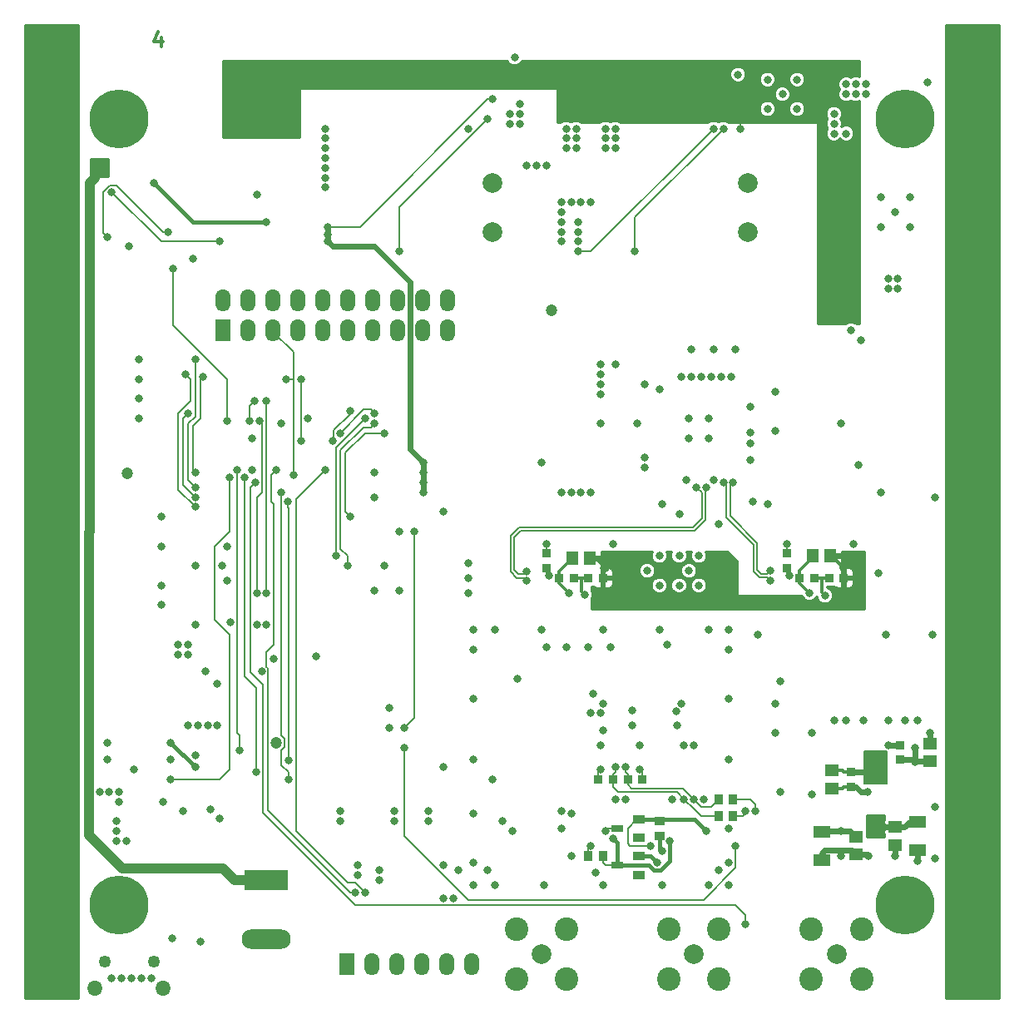
<source format=gbl>
G04 #@! TF.FileFunction,Copper,L4,Bot,Signal*
%FSLAX46Y46*%
G04 Gerber Fmt 4.6, Leading zero omitted, Abs format (unit mm)*
G04 Created by KiCad (PCBNEW (2015-03-09 BZR 5487)-product) date Tue 10 Mar 2015 02:13:43 PM EDT*
%MOMM*%
G01*
G04 APERTURE LIST*
%ADD10C,0.100000*%
%ADD11C,0.300000*%
%ADD12C,1.200000*%
%ADD13R,4.500000X2.000000*%
%ADD14O,5.000000X2.000000*%
%ADD15C,6.000000*%
%ADD16C,1.000000*%
%ADD17R,1.150000X1.450000*%
%ADD18R,1.450000X1.150000*%
%ADD19R,1.800000X1.200000*%
%ADD20R,1.300000X0.900000*%
%ADD21R,1.300000X0.800000*%
%ADD22O,1.550000X1.550000*%
%ADD23O,1.250000X1.250000*%
%ADD24C,2.000000*%
%ADD25C,2.400000*%
%ADD26R,1.524000X2.286000*%
%ADD27O,1.524000X2.286000*%
%ADD28R,0.950000X0.900000*%
%ADD29R,0.900000X0.950000*%
%ADD30R,0.850000X1.000000*%
%ADD31R,1.000000X0.850000*%
%ADD32C,0.800000*%
%ADD33C,0.600000*%
%ADD34C,0.350000*%
%ADD35C,0.200000*%
%ADD36C,0.400000*%
%ADD37C,0.210000*%
%ADD38C,2.000000*%
%ADD39C,1.000000*%
%ADD40C,0.254000*%
G04 APERTURE END LIST*
D10*
D11*
X89285715Y-26678571D02*
X89285715Y-27678571D01*
X88928572Y-26107143D02*
X88571429Y-27178571D01*
X89500001Y-27178571D01*
D12*
X85800000Y-71100000D03*
X101000000Y-98500000D03*
D13*
X100000000Y-112500000D03*
D14*
X100000000Y-118500000D03*
D15*
X85000000Y-35000000D03*
D16*
X87250000Y-35000000D03*
X86125000Y-36949000D03*
X83875000Y-36949000D03*
X82750000Y-35000000D03*
X83875000Y-33051000D03*
X86125000Y-33051000D03*
D15*
X85000000Y-115000000D03*
D16*
X87250000Y-115000000D03*
X86125000Y-116949000D03*
X83875000Y-116949000D03*
X82750000Y-115000000D03*
X83875000Y-113051000D03*
X86125000Y-113051000D03*
D15*
X165000000Y-115000000D03*
D16*
X167250000Y-115000000D03*
X166125000Y-116949000D03*
X163875000Y-116949000D03*
X162750000Y-115000000D03*
X163875000Y-113051000D03*
X166125000Y-113051000D03*
D15*
X165000000Y-35000000D03*
D16*
X167250000Y-35000000D03*
X166125000Y-36949000D03*
X163875000Y-36949000D03*
X162750000Y-35000000D03*
X163875000Y-33051000D03*
X166125000Y-33051000D03*
D17*
X131100000Y-79750000D03*
X132900000Y-79750000D03*
X155600000Y-79500000D03*
X157400000Y-79500000D03*
D18*
X160000000Y-108100000D03*
X160000000Y-109900000D03*
X164000000Y-108900000D03*
X164000000Y-107100000D03*
D19*
X156500000Y-107550000D03*
X156500000Y-110450000D03*
X166250000Y-109450000D03*
X166250000Y-106550000D03*
D20*
X137850000Y-110050000D03*
X137850000Y-111950000D03*
D21*
X135650000Y-111000000D03*
D20*
X137850000Y-106300000D03*
X137850000Y-108200000D03*
D21*
X135650000Y-107250000D03*
D22*
X82500000Y-123500000D03*
X89500000Y-123500000D03*
D23*
X83500000Y-120800000D03*
X88500000Y-120800000D03*
D24*
X149000000Y-46500000D03*
X149000000Y-41500000D03*
X123000000Y-46500000D03*
X123000000Y-41500000D03*
X128000000Y-120000000D03*
D25*
X125450000Y-117450000D03*
X130550000Y-117450000D03*
X125450000Y-122550000D03*
X130550000Y-122550000D03*
D24*
X143500000Y-120000000D03*
D25*
X140950000Y-117450000D03*
X146050000Y-117450000D03*
X140950000Y-122550000D03*
X146050000Y-122550000D03*
D24*
X158000000Y-120000000D03*
D25*
X155450000Y-117450000D03*
X160550000Y-117450000D03*
X155450000Y-122550000D03*
X160550000Y-122550000D03*
D26*
X95570000Y-56524000D03*
D27*
X98110000Y-56524000D03*
X100650000Y-56524000D03*
X103190000Y-56524000D03*
X105730000Y-56524000D03*
X108270000Y-56524000D03*
X110810000Y-56524000D03*
X113350000Y-56524000D03*
X115890000Y-56524000D03*
X118430000Y-56524000D03*
X95570000Y-53476000D03*
X98110000Y-53476000D03*
X100650000Y-53476000D03*
X103190000Y-53476000D03*
X105730000Y-53476000D03*
X108270000Y-53476000D03*
X110810000Y-53476000D03*
X113350000Y-53476000D03*
X115890000Y-53476000D03*
X118430000Y-53476000D03*
D26*
X108150000Y-121000000D03*
D27*
X110690000Y-121000000D03*
X113230000Y-121000000D03*
X115770000Y-121000000D03*
X118310000Y-121000000D03*
X120850000Y-121000000D03*
D12*
X129000000Y-54500000D03*
D28*
X128500000Y-80750000D03*
X128500000Y-79250000D03*
X153000000Y-80750000D03*
X153000000Y-79250000D03*
D29*
X129750000Y-81750000D03*
X131250000Y-81750000D03*
X132750000Y-81750000D03*
X134250000Y-81750000D03*
X154250000Y-81750000D03*
X155750000Y-81750000D03*
X157250000Y-81750000D03*
X158750000Y-81750000D03*
D28*
X164500000Y-100250000D03*
X164500000Y-98750000D03*
D18*
X167500000Y-100400000D03*
X167500000Y-98600000D03*
D28*
X159500000Y-101500000D03*
X159500000Y-103000000D03*
D18*
X157500000Y-101350000D03*
X157500000Y-103150000D03*
D30*
X147500000Y-104250000D03*
X146000000Y-104250000D03*
X147500000Y-106000000D03*
X146000000Y-106000000D03*
D29*
X136750000Y-102250000D03*
X138250000Y-102250000D03*
X135250000Y-102250000D03*
X133750000Y-102250000D03*
D30*
X134250000Y-110000000D03*
X132750000Y-110000000D03*
D31*
X140000000Y-108000000D03*
X140000000Y-106500000D03*
D32*
X118000000Y-111000000D03*
X135500000Y-60000000D03*
X125250000Y-28750000D03*
X150000000Y-87500000D03*
X94250000Y-105250000D03*
X95250000Y-106250000D03*
X92500000Y-49250000D03*
X99000000Y-42750000D03*
X130000000Y-107250000D03*
X130000000Y-105500000D03*
X166250000Y-110500000D03*
X163250000Y-98750000D03*
X167500000Y-97500000D03*
X138500000Y-62000000D03*
X138500000Y-70500000D03*
X134000000Y-66000000D03*
X147750000Y-58500000D03*
X145500000Y-58500000D03*
X143250000Y-58500000D03*
X151750000Y-66750000D03*
X151750000Y-62750000D03*
X160500000Y-57500000D03*
X96347980Y-86250000D03*
X98500000Y-67500000D03*
X162750000Y-102250000D03*
X99500000Y-91249996D03*
X106000000Y-42000000D03*
X106000000Y-36000000D03*
X106000000Y-37000000D03*
X106000000Y-38000000D03*
X106000000Y-39000000D03*
X106000000Y-40000000D03*
X106000000Y-41000000D03*
X165500000Y-46000000D03*
X162500000Y-46000000D03*
X165500000Y-43000000D03*
X162500000Y-43000000D03*
X164000000Y-44500000D03*
X134500000Y-107500000D03*
X159500000Y-56500000D03*
X161250000Y-102250000D03*
X162750000Y-99750000D03*
X161250000Y-99750000D03*
X151750000Y-97500000D03*
X104152010Y-65500000D03*
X101500000Y-66000000D03*
X128000000Y-70000000D03*
X118000000Y-75000000D03*
X140000000Y-62500000D03*
X163000000Y-87500000D03*
X166250000Y-96250000D03*
X165000000Y-96250000D03*
X163250000Y-96250000D03*
X160750000Y-96250000D03*
X159000000Y-96250000D03*
X157750000Y-96250000D03*
X144000000Y-82500000D03*
X144000000Y-79500000D03*
X143000000Y-81000000D03*
X142000000Y-82500000D03*
X142000000Y-79500000D03*
X156848130Y-83537967D03*
X132365088Y-83444441D03*
X121000000Y-94000000D03*
X121000000Y-100250000D03*
X121000000Y-105750000D03*
X121000000Y-110750000D03*
X123250000Y-113000000D03*
X121000000Y-113000000D03*
X128250000Y-113000000D03*
X134250000Y-113000000D03*
X140250000Y-113000000D03*
X145000000Y-113000000D03*
X147000000Y-110750000D03*
X147000000Y-113000000D03*
X147000000Y-107250000D03*
X147000000Y-100250000D03*
X147000000Y-94000000D03*
X147000000Y-89000000D03*
X145000000Y-87000000D03*
X147000000Y-87000000D03*
X140000000Y-87000000D03*
X134250000Y-87000000D03*
X128000000Y-87000000D03*
X121000000Y-89000000D03*
X121000000Y-87000000D03*
X123250000Y-87000000D03*
X138000000Y-101250000D03*
X134000000Y-101250000D03*
X141250000Y-104250000D03*
X144500000Y-104250000D03*
X143500000Y-98750000D03*
X142500000Y-98750000D03*
X138000000Y-98750000D03*
X134000000Y-98750000D03*
X135500000Y-104250000D03*
X136500000Y-104250000D03*
X124000000Y-106500000D03*
X131000000Y-105750000D03*
X131000000Y-110000000D03*
X123000000Y-102250000D03*
X135000000Y-88750000D03*
X132750000Y-88750000D03*
X130500000Y-88750000D03*
X128500000Y-88750000D03*
X113500000Y-77000000D03*
X105000000Y-89750000D03*
X100750000Y-90000000D03*
X111000000Y-83000000D03*
X111000000Y-73500000D03*
X95500000Y-80500000D03*
X88250000Y-122500000D03*
X84250000Y-122500000D03*
X85250000Y-122500000D03*
X86250000Y-122500000D03*
X87250000Y-122500000D03*
X172000000Y-33000000D03*
X172000000Y-43000000D03*
X172000000Y-53000000D03*
X172000000Y-63000000D03*
X172000000Y-73000000D03*
X172000000Y-83000000D03*
X172000000Y-93000000D03*
X172000000Y-103000000D03*
X172000000Y-113000000D03*
X172000000Y-123000000D03*
X78000000Y-34000000D03*
X78000000Y-43000000D03*
X78000000Y-53000000D03*
X78000000Y-63000000D03*
X78000000Y-73000000D03*
X78000000Y-83000000D03*
X78000000Y-93000000D03*
X78000000Y-103000000D03*
X78000000Y-113000000D03*
X78000000Y-123000000D03*
X130000000Y-47500000D03*
X130000000Y-46500000D03*
X130000000Y-45500000D03*
X130000000Y-44500000D03*
X130000000Y-43500000D03*
X131000000Y-43500000D03*
X132000000Y-43500000D03*
X133000000Y-43500000D03*
X120500000Y-36000000D03*
X127500000Y-39750000D03*
X128500000Y-39750000D03*
X126500000Y-39750000D03*
X131500000Y-37000000D03*
X131500000Y-36000000D03*
X131500000Y-38000000D03*
X130500000Y-38000000D03*
X130500000Y-37000000D03*
X130500000Y-36000000D03*
X134500000Y-37000000D03*
X134500000Y-36000000D03*
X134500000Y-38000000D03*
X135500000Y-38000000D03*
X135500000Y-37000000D03*
X135500000Y-36000000D03*
X157750000Y-34500000D03*
X157750000Y-35500000D03*
X157750000Y-36500000D03*
X159000000Y-36500000D03*
X148000000Y-30500000D03*
X134250000Y-97250000D03*
X161250000Y-110000000D03*
X158500000Y-110000000D03*
X164000000Y-110000000D03*
X107500000Y-106500000D03*
X107500000Y-105500000D03*
X113000000Y-106500000D03*
X113000000Y-105500000D03*
X116500000Y-106500000D03*
X116500000Y-105500000D03*
X86000000Y-48000000D03*
X168000000Y-73500000D03*
X162500000Y-73000000D03*
X93250000Y-118750000D03*
X89500000Y-104500000D03*
X91500000Y-105500000D03*
X83750000Y-98500000D03*
X83750000Y-100250000D03*
X90250000Y-100250000D03*
X92750000Y-99750000D03*
X90400000Y-118400000D03*
X95000000Y-92500000D03*
X93750000Y-91250000D03*
X92750000Y-86500000D03*
X92750000Y-80500000D03*
X89250000Y-84500000D03*
X89250000Y-82500000D03*
X89250000Y-78500000D03*
X89250000Y-75500000D03*
X158500000Y-66000000D03*
X87000000Y-63500000D03*
X167250000Y-31250000D03*
X151000000Y-74250000D03*
X140250000Y-74250000D03*
X167750000Y-87500000D03*
X137250000Y-96750000D03*
X137250000Y-95250000D03*
X141750000Y-96750000D03*
X141721924Y-95292114D03*
X133250000Y-93500000D03*
X134250000Y-94500000D03*
X140750000Y-88500000D03*
X125500000Y-92000000D03*
X122500000Y-111500000D03*
X119500000Y-111500000D03*
X168000000Y-110250000D03*
X155500000Y-97500000D03*
X155500000Y-103750000D03*
X149500000Y-74000000D03*
X159750000Y-78250000D03*
X135250000Y-78250000D03*
X133500000Y-111750000D03*
X139750000Y-110750000D03*
X146000000Y-111500000D03*
X143000000Y-65500000D03*
X145000000Y-65500000D03*
X143000000Y-67500000D03*
X145000000Y-67500000D03*
X128500000Y-78272998D03*
X153000000Y-78272998D03*
X120500000Y-80250000D03*
X120500000Y-81750000D03*
X120500000Y-83250000D03*
X113500000Y-83000006D03*
X131500000Y-32000000D03*
X128500000Y-31500000D03*
X126500000Y-31500000D03*
X127500000Y-31500000D03*
X128500000Y-29500000D03*
X126500000Y-29500000D03*
X127500000Y-29500000D03*
X102000000Y-33000000D03*
X97000000Y-33000000D03*
X99500000Y-35500000D03*
X99500000Y-30500000D03*
X102000000Y-35500000D03*
X97000000Y-35500000D03*
X102000000Y-30500000D03*
X97000000Y-30500000D03*
X99500000Y-33000000D03*
X158500000Y-53500000D03*
X158500000Y-54500000D03*
X159500000Y-54500000D03*
X159500000Y-53500000D03*
X130500000Y-32000000D03*
X130500000Y-31000000D03*
X131500000Y-31000000D03*
X134500000Y-32000000D03*
X134500000Y-31000000D03*
X135500000Y-32000000D03*
X135500000Y-31000000D03*
X148250000Y-36000000D03*
X142750000Y-71750000D03*
X149250000Y-69750000D03*
X149250000Y-66950010D03*
X149268282Y-64270313D03*
X147250000Y-61250000D03*
X146250000Y-61250000D03*
X145250000Y-61250000D03*
X144250000Y-61250000D03*
X143250000Y-61250000D03*
X142250000Y-61250000D03*
X149250000Y-68000000D03*
X142000000Y-75250000D03*
X146000000Y-76250000D03*
X145500000Y-71750000D03*
X128747998Y-81500000D03*
X153247998Y-81500000D03*
X138500000Y-69500000D03*
X134000000Y-61000000D03*
X115000000Y-77000000D03*
X134000000Y-60000000D03*
X134000000Y-62000000D03*
X133000000Y-73000000D03*
X132000000Y-73000000D03*
X131000000Y-73000000D03*
X130000000Y-73000000D03*
X134000000Y-63000000D03*
X114000000Y-97000000D03*
X137750000Y-66000000D03*
X106250000Y-46750000D03*
X106250000Y-47500000D03*
X116000000Y-70000000D03*
X116000000Y-71000000D03*
X116000000Y-72000000D03*
X116000000Y-73000000D03*
X106250000Y-46000000D03*
X106250000Y-46000000D03*
X109250000Y-112000000D03*
X109250000Y-111000000D03*
X123000000Y-33000000D03*
X112500000Y-97000000D03*
X118000000Y-101000000D03*
X163250000Y-51250000D03*
X163250000Y-52250000D03*
X164250000Y-51250000D03*
X140000000Y-82500000D03*
X140000000Y-79500000D03*
X138750000Y-81000000D03*
X155250000Y-83250000D03*
X130750000Y-83250000D03*
X134000000Y-95500000D03*
X133000000Y-95500000D03*
X164250000Y-52250000D03*
X166000000Y-100500000D03*
X166000000Y-99000000D03*
X83000000Y-103500000D03*
X84000000Y-103500000D03*
X85000000Y-103500000D03*
X85000000Y-104500000D03*
X125000000Y-107500000D03*
X133000000Y-109000000D03*
X160500000Y-81500000D03*
X142250000Y-94500000D03*
X158750000Y-80750000D03*
X158750000Y-80750000D03*
X134500000Y-80750000D03*
X160250000Y-70250000D03*
X152250000Y-92250000D03*
X147245669Y-81254331D03*
X146000000Y-82500000D03*
X146000000Y-79500000D03*
X152250000Y-103500000D03*
X162250000Y-81250000D03*
X151750000Y-94500000D03*
X159000000Y-31500000D03*
X160000000Y-31500000D03*
X161000000Y-31500000D03*
X159000000Y-32500000D03*
X160000000Y-32500000D03*
X161000000Y-32500000D03*
X161140041Y-103500000D03*
X140250000Y-109500000D03*
X147750000Y-109000000D03*
X114000000Y-99000000D03*
X158500000Y-107500000D03*
X125750000Y-33500000D03*
X125750000Y-34500000D03*
X125750000Y-35500000D03*
X124750000Y-35500000D03*
X124750000Y-34500000D03*
X111500000Y-112500000D03*
X111500000Y-111500000D03*
X131750000Y-46500000D03*
X131750000Y-45500000D03*
X131750000Y-47500000D03*
X131750000Y-48500000D03*
X145500000Y-36000000D03*
X145500000Y-36000000D03*
X152500000Y-32500000D03*
X151000000Y-31000000D03*
X154000000Y-31000000D03*
X151000000Y-34000000D03*
X154000000Y-34000000D03*
X161600000Y-106400000D03*
X161600000Y-107600000D03*
X162400000Y-107600000D03*
X168000000Y-105000000D03*
X162400000Y-106400000D03*
X119000000Y-114347990D03*
X118000000Y-114347990D03*
X143500000Y-104250000D03*
X136500000Y-101000000D03*
X136500000Y-101000000D03*
X142500000Y-104250000D03*
X135500000Y-101000000D03*
X135500000Y-101000000D03*
X146500000Y-36000000D03*
X137500000Y-48500000D03*
X95000000Y-96750000D03*
X94000000Y-96750000D03*
X93000000Y-96750000D03*
X92000000Y-96750000D03*
X86500000Y-101250000D03*
X84750000Y-106500000D03*
X84750000Y-107500000D03*
X84750000Y-108500000D03*
X85750000Y-108500000D03*
X113500000Y-48500000D03*
X113500000Y-48500000D03*
X122500000Y-35000000D03*
X122500000Y-35000000D03*
X111000000Y-71000000D03*
X98549990Y-70750000D03*
X100000000Y-86500000D03*
X99000000Y-86500000D03*
X112000000Y-80500000D03*
X96000000Y-78500000D03*
X96000000Y-82000000D03*
X91000000Y-89500000D03*
X92000000Y-89500000D03*
X91000000Y-88500000D03*
X92000000Y-88500000D03*
X87000000Y-65500000D03*
X87000000Y-61500000D03*
X87000000Y-59500000D03*
X112500000Y-95000000D03*
X100000000Y-45500000D03*
X100000000Y-45500000D03*
X88500000Y-41500000D03*
X135250000Y-108250000D03*
X135250000Y-108250000D03*
X141045895Y-108506884D03*
X139082719Y-108995200D03*
X139082720Y-108995200D03*
X144749996Y-107500000D03*
X149750000Y-105500000D03*
X148750000Y-105500000D03*
X90000000Y-46500000D03*
X83750000Y-47000000D03*
X82500000Y-40500000D03*
X82500000Y-39500000D03*
X83500000Y-39500000D03*
X83500000Y-40500000D03*
X126500000Y-82005000D03*
X143750000Y-72500000D03*
X126500000Y-81045000D03*
X144750000Y-72500000D03*
X146520000Y-72000000D03*
X151250000Y-81980000D03*
X147480000Y-72000000D03*
X151250000Y-81020000D03*
X92750000Y-73500000D03*
X92000000Y-65000000D03*
X99250000Y-65750000D03*
X99000000Y-83250000D03*
X100000000Y-63750000D03*
X100000000Y-83250000D03*
X107500000Y-67000000D03*
X111000000Y-65000000D03*
X111000000Y-66000000D03*
X108250000Y-80500000D03*
X101500000Y-73000000D03*
X102250000Y-102250000D03*
X102250000Y-102250000D03*
X98947980Y-101500000D03*
X97750000Y-71500000D03*
X97000000Y-70750000D03*
X97250000Y-99250000D03*
X97250000Y-99250000D03*
X97250000Y-99250000D03*
X96250000Y-71500000D03*
X90250000Y-102250000D03*
X90250000Y-102250000D03*
X90250000Y-102250000D03*
X102750000Y-71250000D03*
X102000000Y-61500000D03*
X93500000Y-61250000D03*
X92750000Y-71000000D03*
X92750000Y-59500000D03*
X92750000Y-72500000D03*
X92750000Y-74500000D03*
X91750000Y-61000000D03*
X103500000Y-61500000D03*
X103500000Y-67750000D03*
X102200010Y-74000000D03*
X102250000Y-100320603D03*
X98847990Y-72000000D03*
X148750000Y-117000000D03*
X148750000Y-117000000D03*
X110000000Y-65500000D03*
X107049980Y-79500000D03*
X112000000Y-67000000D03*
X108500000Y-75500000D03*
X108500000Y-64750000D03*
X106750000Y-67750000D03*
X110000000Y-113750000D03*
X106000000Y-70750000D03*
X109000000Y-113750000D03*
X101000000Y-70750000D03*
X98250000Y-65750000D03*
X98750000Y-63750000D03*
X90500000Y-50250000D03*
X96000000Y-65750000D03*
X92750000Y-101000000D03*
X90250000Y-98500000D03*
X90250000Y-98500000D03*
X95250000Y-47500000D03*
X84250000Y-42500000D03*
D33*
X166250000Y-109450000D02*
X166250000Y-110500000D01*
X161250000Y-101750000D02*
X161250000Y-102250000D01*
X161000000Y-101500000D02*
X161250000Y-101750000D01*
X159500000Y-101500000D02*
X161000000Y-101500000D01*
X164500000Y-98750000D02*
X163250000Y-98750000D01*
X167500000Y-98600000D02*
X167500000Y-97500000D01*
D34*
X156480989Y-81750000D02*
X157250000Y-81750000D01*
X155750000Y-81750000D02*
X156480989Y-81750000D01*
X156480989Y-81750000D02*
X156480989Y-83170826D01*
X156480989Y-83170826D02*
X156848130Y-83537967D01*
X131250000Y-81750000D02*
X132029306Y-81750000D01*
X132029306Y-81750000D02*
X132750000Y-81750000D01*
X132365088Y-83444441D02*
X132029306Y-83108659D01*
X132029306Y-83108659D02*
X132029306Y-81750000D01*
D35*
X135650000Y-107250000D02*
X134750000Y-107250000D01*
X134750000Y-107250000D02*
X134500000Y-107500000D01*
X137850000Y-110050000D02*
X137850000Y-110250000D01*
D33*
X156500000Y-110450000D02*
X156500000Y-109750000D01*
X156800000Y-109450000D02*
X158500000Y-109450000D01*
X156500000Y-109750000D02*
X156800000Y-109450000D01*
X159550000Y-109450000D02*
X160000000Y-109900000D01*
X158500000Y-109450000D02*
X159550000Y-109450000D01*
X161150000Y-109900000D02*
X161250000Y-110000000D01*
X160000000Y-109900000D02*
X161150000Y-109900000D01*
X158500000Y-109450000D02*
X158500000Y-110000000D01*
X164000000Y-108900000D02*
X164000000Y-110000000D01*
X164153640Y-109053640D02*
X164000000Y-108900000D01*
D34*
X157500000Y-101350000D02*
X158600000Y-101350000D01*
X158750000Y-101500000D02*
X159500000Y-101500000D01*
X158600000Y-101350000D02*
X158750000Y-101500000D01*
D35*
X138250000Y-101500000D02*
X138000000Y-101250000D01*
X138250000Y-102250000D02*
X138250000Y-101500000D01*
X133750000Y-101500000D02*
X134000000Y-101250000D01*
X133750000Y-102250000D02*
X133750000Y-101500000D01*
D36*
X139050000Y-110050000D02*
X139750000Y-110750000D01*
X137850000Y-110050000D02*
X139050000Y-110050000D01*
D37*
X128500000Y-79250000D02*
X128500000Y-78272998D01*
D35*
X153000000Y-79250000D02*
X153000000Y-78272998D01*
D38*
X99500000Y-33000000D02*
X102000000Y-33000000D01*
X99500000Y-33000000D02*
X97000000Y-33000000D01*
X99500000Y-33000000D02*
X99500000Y-35500000D01*
X99500000Y-33000000D02*
X99500000Y-30500000D01*
X99500000Y-33000000D02*
X102000000Y-35500000D01*
X99500000Y-33000000D02*
X97000000Y-35500000D01*
X99500000Y-33000000D02*
X102000000Y-30500000D01*
X99500000Y-33000000D02*
X97000000Y-30500000D01*
D33*
X158989783Y-54500000D02*
X158989783Y-54010217D01*
D38*
X101500000Y-31000000D02*
X99500000Y-33000000D01*
X158989783Y-54010217D02*
X159000000Y-54000000D01*
D33*
X158989783Y-54500000D02*
X159500000Y-54500000D01*
X158500000Y-54500000D02*
X158989783Y-54500000D01*
D35*
X148250000Y-36000000D02*
X148250000Y-35000000D01*
X128500000Y-81252002D02*
X128747998Y-81500000D01*
X128500000Y-80750000D02*
X128500000Y-81252002D01*
X153000000Y-81252002D02*
X153247998Y-81500000D01*
X153000000Y-80750000D02*
X153000000Y-81252002D01*
X115000000Y-96000000D02*
X115000000Y-94989111D01*
X114000000Y-97000000D02*
X115000000Y-96000000D01*
X115000000Y-94989111D02*
X115000000Y-77000000D01*
D33*
X106250000Y-47500000D02*
X106250000Y-46000000D01*
X111000000Y-48000000D02*
X106750000Y-48000000D01*
X106750000Y-48000000D02*
X106250000Y-47500000D01*
X114612010Y-51612010D02*
X111000000Y-48000000D01*
X116000000Y-70000000D02*
X114612010Y-68612010D01*
X114612010Y-68612010D02*
X114612010Y-51612010D01*
X116000000Y-72000000D02*
X116000000Y-70000000D01*
X116000000Y-72000000D02*
X116000000Y-71000000D01*
X116000000Y-73000000D02*
X116000000Y-72000000D01*
D35*
X109500000Y-46000000D02*
X106250000Y-46000000D01*
X122500000Y-33000000D02*
X109500000Y-46000000D01*
X123000000Y-33000000D02*
X122500000Y-33000000D01*
D33*
X166000000Y-99000000D02*
X166000000Y-100500000D01*
X164500000Y-100250000D02*
X165750000Y-100250000D01*
X165750000Y-100250000D02*
X166000000Y-100500000D01*
X167500000Y-100400000D02*
X166100000Y-100400000D01*
X166100000Y-100400000D02*
X166000000Y-100500000D01*
D34*
X154250000Y-81000000D02*
X155600000Y-79650000D01*
X155600000Y-79650000D02*
X155600000Y-79500000D01*
X154250000Y-81750000D02*
X154250000Y-81000000D01*
X154250000Y-81750000D02*
X154250000Y-82250000D01*
X154250000Y-82250000D02*
X155250000Y-83250000D01*
X129750000Y-81750000D02*
X129750000Y-81100000D01*
X129750000Y-81100000D02*
X131100000Y-79750000D01*
X129750000Y-81750000D02*
X129750000Y-82250000D01*
X129750000Y-82250000D02*
X130750000Y-83250000D01*
D35*
X132750000Y-109250000D02*
X133000000Y-109000000D01*
X132750000Y-110000000D02*
X132750000Y-109250000D01*
D33*
X160000000Y-103000000D02*
X160500000Y-103500000D01*
X160500000Y-103500000D02*
X161140041Y-103500000D01*
X159500000Y-103000000D02*
X160000000Y-103000000D01*
D34*
X132900000Y-79750000D02*
X133500000Y-79750000D01*
X133500000Y-79750000D02*
X134500000Y-80750000D01*
X157400000Y-79500000D02*
X157500000Y-79500000D01*
X157500000Y-79500000D02*
X158750000Y-80750000D01*
X134250000Y-81750000D02*
X134250000Y-81000000D01*
X134250000Y-81000000D02*
X134500000Y-80750000D01*
D33*
X161040041Y-103400000D02*
X161140041Y-103500000D01*
D34*
X158750000Y-80750000D02*
X158750000Y-81750000D01*
X157500000Y-103150000D02*
X158600000Y-103150000D01*
X158750000Y-103000000D02*
X159500000Y-103000000D01*
X158600000Y-103150000D02*
X158750000Y-103000000D01*
D35*
X147750000Y-111214962D02*
X147750000Y-109000000D01*
X144464962Y-114500000D02*
X147750000Y-111214962D01*
X120535038Y-114500000D02*
X144464962Y-114500000D01*
X114000000Y-107964962D02*
X120535038Y-114500000D01*
X114000000Y-99000000D02*
X114000000Y-107964962D01*
D36*
X140000000Y-109250000D02*
X140250000Y-109500000D01*
X140000000Y-108000000D02*
X140000000Y-109250000D01*
D33*
X158500000Y-107500000D02*
X156550000Y-107500000D01*
X156550000Y-107500000D02*
X156500000Y-107550000D01*
X159400000Y-107500000D02*
X160000000Y-108100000D01*
X158500000Y-107500000D02*
X159400000Y-107500000D01*
X165450000Y-106550000D02*
X164900000Y-107100000D01*
X164900000Y-107100000D02*
X164000000Y-107100000D01*
X166250000Y-106550000D02*
X165450000Y-106550000D01*
D35*
X133000000Y-48500000D02*
X131750000Y-48500000D01*
X145500000Y-36000000D02*
X133000000Y-48500000D01*
D33*
X164050000Y-107050000D02*
X164000000Y-107100000D01*
X162300000Y-107100000D02*
X161600000Y-106400000D01*
X164000000Y-107100000D02*
X162300000Y-107100000D01*
D35*
X143500000Y-104250000D02*
X144250000Y-105000000D01*
X145250000Y-105000000D02*
X146000000Y-104250000D01*
X144250000Y-105000000D02*
X145250000Y-105000000D01*
X136500000Y-101000000D02*
X136500000Y-101500000D01*
X136750000Y-101750000D02*
X136750000Y-102250000D01*
X136500000Y-101500000D02*
X136750000Y-101750000D01*
X136750000Y-102750000D02*
X136750000Y-102250000D01*
X142399989Y-103149989D02*
X137149989Y-103149989D01*
X137149989Y-103149989D02*
X136750000Y-102750000D01*
X143500000Y-104250000D02*
X142399989Y-103149989D01*
X144250000Y-106000000D02*
X143528966Y-105278966D01*
X146000000Y-106000000D02*
X144250000Y-106000000D01*
X143528966Y-105278966D02*
X143750000Y-105500000D01*
X142500000Y-104250000D02*
X143528966Y-105278966D01*
X135500000Y-101000000D02*
X135500000Y-101500000D01*
X135250000Y-101750000D02*
X135250000Y-102250000D01*
X135500000Y-101500000D02*
X135250000Y-101750000D01*
X135250000Y-103000000D02*
X135250000Y-102250000D01*
X135799999Y-103549999D02*
X135250000Y-103000000D01*
X141799999Y-103549999D02*
X135799999Y-103549999D01*
X142500000Y-104250000D02*
X141799999Y-103549999D01*
X137500000Y-45000000D02*
X137500000Y-48500000D01*
X146500000Y-36000000D02*
X137500000Y-45000000D01*
X113500000Y-48500000D02*
X113500000Y-44000000D01*
X113500000Y-44000000D02*
X122500000Y-35000000D01*
D36*
X100000000Y-45500000D02*
X92500000Y-45500000D01*
X92500000Y-45500000D02*
X88500000Y-41500000D01*
X135650000Y-111000000D02*
X135900000Y-111000000D01*
D35*
X134250000Y-110000000D02*
X134250000Y-110750000D01*
X134500000Y-111000000D02*
X135650000Y-111000000D01*
X134250000Y-110750000D02*
X134500000Y-111000000D01*
D36*
X135650000Y-108650000D02*
X135250000Y-108250000D01*
X135650000Y-111000000D02*
X135650000Y-108650000D01*
X136700000Y-111000000D02*
X135650000Y-111000000D01*
X139389039Y-111502001D02*
X138887038Y-111000000D01*
X140110961Y-111502001D02*
X139389039Y-111502001D01*
X141045895Y-110567067D02*
X140110961Y-111502001D01*
X138887038Y-111000000D02*
X136700000Y-111000000D01*
X141045895Y-108506884D02*
X141045895Y-110567067D01*
D35*
X137850000Y-106300000D02*
X139500000Y-106300000D01*
X136995200Y-108995200D02*
X138517035Y-108995200D01*
X137850000Y-106300000D02*
X137650000Y-106300000D01*
X137650000Y-106300000D02*
X136750000Y-107200000D01*
X138517035Y-108995200D02*
X139082720Y-108995200D01*
X136750000Y-107200000D02*
X136750000Y-108750000D01*
X136750000Y-108750000D02*
X136995200Y-108995200D01*
D36*
X143549996Y-106300000D02*
X144349997Y-107100001D01*
X144349997Y-107100001D02*
X144749996Y-107500000D01*
X139800000Y-106300000D02*
X140000000Y-106500000D01*
X139341268Y-106300000D02*
X139800000Y-106300000D01*
X137850000Y-106300000D02*
X139341268Y-106300000D01*
X139341268Y-106300000D02*
X143549996Y-106300000D01*
D35*
X149750000Y-105500000D02*
X149750000Y-104750000D01*
X149750000Y-104750000D02*
X149250000Y-104250000D01*
X149250000Y-104250000D02*
X147500000Y-104250000D01*
X148750000Y-105500000D02*
X148750000Y-105750000D01*
X148500000Y-106000000D02*
X147500000Y-106000000D01*
X148750000Y-105750000D02*
X148500000Y-106000000D01*
X84750000Y-41750000D02*
X89500000Y-46500000D01*
X89500000Y-46500000D02*
X90000000Y-46500000D01*
X84750000Y-41750000D02*
X84035038Y-41750000D01*
X84035038Y-41750000D02*
X83350001Y-42435037D01*
X83350001Y-42435037D02*
X83350001Y-46600001D01*
X83350001Y-46600001D02*
X83750000Y-47000000D01*
D39*
X82500000Y-40500000D02*
X82500000Y-39500000D01*
X82500000Y-40500000D02*
X83500000Y-40500000D01*
X82500000Y-39500000D02*
X83500000Y-39500000D01*
X82500000Y-41065685D02*
X82500000Y-40500000D01*
X82000000Y-41565685D02*
X82500000Y-41065685D01*
X82000000Y-77000000D02*
X82000000Y-41565685D01*
X81899999Y-77100001D02*
X82000000Y-77000000D01*
X95549999Y-111299999D02*
X85299999Y-111299999D01*
X96750000Y-112500000D02*
X95549999Y-111299999D01*
X81899999Y-107899999D02*
X81899999Y-77100001D01*
X85299999Y-111299999D02*
X81899999Y-107899999D01*
X100000000Y-112500000D02*
X96750000Y-112500000D01*
D37*
X126204999Y-81709999D02*
X125448371Y-81709999D01*
X126500000Y-82005000D02*
X126204999Y-81709999D01*
X125448371Y-81709999D02*
X124815000Y-81076628D01*
X124815000Y-81076628D02*
X124815000Y-77423372D01*
X124815000Y-77423372D02*
X125673372Y-76565000D01*
X143423372Y-76565000D02*
X144315001Y-75673371D01*
X125673372Y-76565000D02*
X143423372Y-76565000D01*
X144315001Y-73065001D02*
X143750000Y-72500000D01*
X144315001Y-75673371D02*
X144315001Y-73065001D01*
X126204999Y-81340001D02*
X125601629Y-81340001D01*
X126500000Y-81045000D02*
X126204999Y-81340001D01*
X125601629Y-81340001D02*
X125185000Y-80923372D01*
X125185000Y-80923372D02*
X125185000Y-77576628D01*
X125185000Y-77576628D02*
X125826628Y-76935000D01*
X125826628Y-76935000D02*
X143576628Y-76935000D01*
X143576628Y-76935000D02*
X144684999Y-75826629D01*
X144684999Y-72565001D02*
X144750000Y-72500000D01*
X144684999Y-75826629D02*
X144684999Y-72565001D01*
X146815001Y-72295001D02*
X146520000Y-72000000D01*
X151250000Y-81980000D02*
X150954999Y-81684999D01*
X146815001Y-75576629D02*
X146815001Y-72295001D01*
X150954999Y-81684999D02*
X150173371Y-81684999D01*
X150173371Y-81684999D02*
X149565000Y-81076628D01*
X149565000Y-81076628D02*
X149565000Y-78326628D01*
X149565000Y-78326628D02*
X146815001Y-75576629D01*
X151250000Y-81020000D02*
X150954999Y-81315001D01*
X149935000Y-80923372D02*
X149935000Y-78173372D01*
X150954999Y-81315001D02*
X150326629Y-81315001D01*
X150326629Y-81315001D02*
X149935000Y-80923372D01*
X149935000Y-78173372D02*
X147184999Y-75423371D01*
X147184999Y-75423371D02*
X147184999Y-72295001D01*
X147184999Y-72295001D02*
X147480000Y-72000000D01*
D35*
X92000000Y-65000000D02*
X91500000Y-65500000D01*
X91500000Y-65500000D02*
X91500000Y-72250000D01*
X91500000Y-72250000D02*
X92750000Y-73500000D01*
X99000000Y-83250000D02*
X99000000Y-73500000D01*
X99000000Y-73500000D02*
X99500000Y-73000000D01*
X99500000Y-73000000D02*
X99500000Y-66000000D01*
X99500000Y-66000000D02*
X99250000Y-65750000D01*
X100000000Y-83250000D02*
X100000000Y-63750000D01*
X111000000Y-65000000D02*
X110600001Y-64600001D01*
X110600001Y-64600001D02*
X109899999Y-64600001D01*
X109899999Y-64600001D02*
X107500000Y-67000000D01*
X108250000Y-80500000D02*
X108250000Y-79500000D01*
X108250000Y-79500000D02*
X107500000Y-78750000D01*
X107500000Y-78750000D02*
X107500000Y-68750000D01*
X107500000Y-68750000D02*
X109850001Y-66399999D01*
X109850001Y-66399999D02*
X110600001Y-66399999D01*
X110600001Y-66399999D02*
X111000000Y-66000000D01*
X101852001Y-98102001D02*
X101500000Y-97750000D01*
X101500000Y-97750000D02*
X101500000Y-73000000D01*
X101500000Y-100766906D02*
X101500000Y-99260962D01*
X101500000Y-99260962D02*
X101852001Y-98908961D01*
X101852001Y-98908961D02*
X101852001Y-98102001D01*
X102250000Y-101516906D02*
X101500000Y-100766906D01*
X102250000Y-102250000D02*
X102250000Y-101516906D01*
X97750000Y-91750000D02*
X98947980Y-92947980D01*
X97750000Y-71500000D02*
X97750000Y-91750000D01*
X98947980Y-92947980D02*
X98947980Y-100934315D01*
X98947980Y-100934315D02*
X98947980Y-101500000D01*
X97250000Y-99250000D02*
X97250000Y-97750000D01*
X97250000Y-97750000D02*
X97000000Y-97500000D01*
X97000000Y-97500000D02*
X97000000Y-95161867D01*
X97000000Y-95161867D02*
X97000000Y-70750000D01*
X97000000Y-95450002D02*
X97000000Y-95161867D01*
X94750000Y-78500000D02*
X96250000Y-77000000D01*
X96250000Y-77000000D02*
X96250000Y-71500000D01*
X94750000Y-86000000D02*
X94750000Y-78500000D01*
X95000000Y-86250000D02*
X94750000Y-86000000D01*
X96250000Y-87500000D02*
X95000000Y-86250000D01*
X90250000Y-102250000D02*
X95250000Y-102250000D01*
X96250000Y-101250000D02*
X96250000Y-94844370D01*
X95250000Y-102250000D02*
X96250000Y-101250000D01*
X96250000Y-94844370D02*
X96250000Y-87500000D01*
X96250000Y-95250000D02*
X96250000Y-94844370D01*
X100650000Y-56651000D02*
X102750000Y-58751000D01*
X100650000Y-56270000D02*
X100650000Y-56651000D01*
X102750000Y-70684315D02*
X102750000Y-71250000D01*
X102750000Y-71000000D02*
X102750000Y-71250000D01*
X102700001Y-70950001D02*
X102750000Y-71000000D01*
X102007153Y-61507153D02*
X102000000Y-61500000D01*
X102750000Y-61507153D02*
X102007153Y-61507153D01*
X102750000Y-58751000D02*
X102750000Y-61507153D01*
X102750000Y-61507153D02*
X102750000Y-70684315D01*
X92750000Y-71000000D02*
X92500000Y-70750000D01*
X92500000Y-70750000D02*
X92500000Y-66250000D01*
X92500000Y-66250000D02*
X93250000Y-65500000D01*
X93250000Y-65500000D02*
X93250000Y-61500000D01*
X93250000Y-61500000D02*
X93500000Y-61250000D01*
X92750000Y-72500000D02*
X92000000Y-71750000D01*
X92000000Y-71750000D02*
X92000000Y-66036002D01*
X92000000Y-66036002D02*
X92750000Y-65286002D01*
X92750000Y-65286002D02*
X92750000Y-62650002D01*
X92750000Y-62650002D02*
X92750000Y-59500000D01*
X92750000Y-74500000D02*
X91000000Y-72750000D01*
X91000000Y-72750000D02*
X91000000Y-65000000D01*
X92250000Y-61500000D02*
X91750000Y-61000000D01*
X91000000Y-65000000D02*
X92250000Y-63750000D01*
X92250000Y-63750000D02*
X92250000Y-61500000D01*
X103500000Y-67750000D02*
X103500000Y-61500000D01*
X102200010Y-74000000D02*
X102200010Y-74565685D01*
X102200010Y-74565685D02*
X102250000Y-74615675D01*
X102250000Y-74615675D02*
X102250000Y-99754918D01*
X102250000Y-99754918D02*
X102250000Y-100320603D01*
X102250000Y-74049990D02*
X102200010Y-74000000D01*
X148750000Y-116000000D02*
X147750000Y-115000000D01*
X98347999Y-91312961D02*
X98347999Y-72499991D01*
X99600000Y-105600000D02*
X99600000Y-92564962D01*
X99600000Y-92564962D02*
X98347999Y-91312961D01*
X148750000Y-117000000D02*
X148750000Y-116000000D01*
X147750000Y-115000000D02*
X109000000Y-115000000D01*
X98347999Y-72499991D02*
X98847990Y-72000000D01*
X109000000Y-115000000D02*
X99600000Y-105600000D01*
X109600001Y-65899999D02*
X110000000Y-65500000D01*
X107049980Y-79500000D02*
X107049980Y-68450020D01*
X107049980Y-68450020D02*
X109600001Y-65899999D01*
X108500000Y-75500000D02*
X108000000Y-75000000D01*
X108000000Y-75000000D02*
X108000000Y-69000000D01*
X108000000Y-69000000D02*
X110000000Y-67000000D01*
X110000000Y-67000000D02*
X112000000Y-67000000D01*
X106750000Y-67750000D02*
X106847999Y-67652001D01*
X106847999Y-67652001D02*
X106847999Y-66687039D01*
X106847999Y-66687039D02*
X108500000Y-65035038D01*
X108500000Y-65035038D02*
X108500000Y-64750000D01*
X106000000Y-70750000D02*
X103000000Y-73750000D01*
X103000000Y-73750000D02*
X103000000Y-107500000D01*
X103000000Y-107500000D02*
X108250000Y-112750000D01*
X109000000Y-112750000D02*
X110000000Y-113750000D01*
X108250000Y-112750000D02*
X109000000Y-112750000D01*
X109000000Y-113750000D02*
X108500000Y-113750000D01*
X100152001Y-90937035D02*
X100000000Y-90785034D01*
X108500000Y-113750000D02*
X100147999Y-105397999D01*
X100147999Y-105397999D02*
X100147999Y-92850715D01*
X100500000Y-74000000D02*
X100500000Y-71250000D01*
X100147999Y-92850715D02*
X100152001Y-92846713D01*
X100152001Y-92846713D02*
X100152001Y-90937035D01*
X100000000Y-90785034D02*
X100000000Y-89250000D01*
X100000000Y-89250000D02*
X100750000Y-88500000D01*
X100750000Y-88500000D02*
X100750000Y-74250000D01*
X100750000Y-74250000D02*
X100500000Y-74000000D01*
X100500000Y-71250000D02*
X101000000Y-70750000D01*
X98750000Y-63750000D02*
X98250000Y-64250000D01*
X98250000Y-64250000D02*
X98250000Y-65750000D01*
X90500000Y-50250000D02*
X90500000Y-56000000D01*
X96000000Y-61500000D02*
X96000000Y-65750000D01*
X90500000Y-56000000D02*
X96000000Y-61500000D01*
D36*
X92750000Y-101000000D02*
X90250000Y-98500000D01*
D35*
X84250000Y-42500000D02*
X89250000Y-47500000D01*
X89250000Y-47500000D02*
X95250000Y-47500000D01*
D11*
G36*
X80850000Y-124500000D02*
X75500000Y-124500000D01*
X75500000Y-25500000D01*
X80850000Y-25500000D01*
X80850000Y-124500000D01*
X80850000Y-124500000D01*
G37*
X80850000Y-124500000D02*
X75500000Y-124500000D01*
X75500000Y-25500000D01*
X80850000Y-25500000D01*
X80850000Y-124500000D01*
D40*
G36*
X174523000Y-124523000D02*
X169127000Y-124523000D01*
X169127000Y-25477000D01*
X174523000Y-25477000D01*
X174523000Y-124523000D01*
X174523000Y-124523000D01*
G37*
X174523000Y-124523000D02*
X169127000Y-124523000D01*
X169127000Y-25477000D01*
X174523000Y-25477000D01*
X174523000Y-124523000D01*
D11*
G36*
X83850000Y-40850000D02*
X82150000Y-40850000D01*
X82150000Y-39150000D01*
X83850000Y-39150000D01*
X83850000Y-40850000D01*
X83850000Y-40850000D01*
G37*
X83850000Y-40850000D02*
X82150000Y-40850000D01*
X82150000Y-39150000D01*
X83850000Y-39150000D01*
X83850000Y-40850000D01*
G36*
X160850000Y-84850000D02*
X159858000Y-84850000D01*
X159858000Y-82355885D01*
X159858000Y-82094116D01*
X159858000Y-82018500D01*
X159858000Y-81481500D01*
X159858000Y-81405884D01*
X159858000Y-81144115D01*
X159757825Y-80902273D01*
X159572727Y-80717174D01*
X159330884Y-80617000D01*
X159018500Y-80617000D01*
X158854000Y-80781500D01*
X158854000Y-81646000D01*
X159693500Y-81646000D01*
X159858000Y-81481500D01*
X159858000Y-82018500D01*
X159693500Y-81854000D01*
X158854000Y-81854000D01*
X158854000Y-82718500D01*
X159018500Y-82883000D01*
X159330884Y-82883000D01*
X159572727Y-82782826D01*
X159757825Y-82597727D01*
X159858000Y-82355885D01*
X159858000Y-84850000D01*
X144850147Y-84850000D01*
X144850147Y-82331666D01*
X144721015Y-82019143D01*
X144482115Y-81779826D01*
X144169817Y-81650148D01*
X143850147Y-81649869D01*
X143850147Y-80831666D01*
X143721015Y-80519143D01*
X143482115Y-80279826D01*
X143169817Y-80150148D01*
X142831666Y-80149853D01*
X142519143Y-80278985D01*
X142279826Y-80517885D01*
X142150148Y-80830183D01*
X142149853Y-81168334D01*
X142278985Y-81480857D01*
X142517885Y-81720174D01*
X142830183Y-81849852D01*
X143168334Y-81850147D01*
X143480857Y-81721015D01*
X143720174Y-81482115D01*
X143849852Y-81169817D01*
X143850147Y-80831666D01*
X143850147Y-81649869D01*
X143831666Y-81649853D01*
X143519143Y-81778985D01*
X143279826Y-82017885D01*
X143150148Y-82330183D01*
X143149853Y-82668334D01*
X143278985Y-82980857D01*
X143517885Y-83220174D01*
X143830183Y-83349852D01*
X144168334Y-83350147D01*
X144480857Y-83221015D01*
X144720174Y-82982115D01*
X144849852Y-82669817D01*
X144850147Y-82331666D01*
X144850147Y-84850000D01*
X142850147Y-84850000D01*
X142850147Y-82331666D01*
X142721015Y-82019143D01*
X142482115Y-81779826D01*
X142169817Y-81650148D01*
X141831666Y-81649853D01*
X141519143Y-81778985D01*
X141279826Y-82017885D01*
X141150148Y-82330183D01*
X141149853Y-82668334D01*
X141278985Y-82980857D01*
X141517885Y-83220174D01*
X141830183Y-83349852D01*
X142168334Y-83350147D01*
X142480857Y-83221015D01*
X142720174Y-82982115D01*
X142849852Y-82669817D01*
X142850147Y-82331666D01*
X142850147Y-84850000D01*
X140850147Y-84850000D01*
X140850147Y-82331666D01*
X140721015Y-82019143D01*
X140482115Y-81779826D01*
X140169817Y-81650148D01*
X139831666Y-81649853D01*
X139600147Y-81745514D01*
X139600147Y-80831666D01*
X139471015Y-80519143D01*
X139232115Y-80279826D01*
X138919817Y-80150148D01*
X138581666Y-80149853D01*
X138269143Y-80278985D01*
X138029826Y-80517885D01*
X137900148Y-80830183D01*
X137899853Y-81168334D01*
X138028985Y-81480857D01*
X138267885Y-81720174D01*
X138580183Y-81849852D01*
X138918334Y-81850147D01*
X139230857Y-81721015D01*
X139470174Y-81482115D01*
X139599852Y-81169817D01*
X139600147Y-80831666D01*
X139600147Y-81745514D01*
X139519143Y-81778985D01*
X139279826Y-82017885D01*
X139150148Y-82330183D01*
X139149853Y-82668334D01*
X139278985Y-82980857D01*
X139517885Y-83220174D01*
X139830183Y-83349852D01*
X140168334Y-83350147D01*
X140480857Y-83221015D01*
X140720174Y-82982115D01*
X140849852Y-82669817D01*
X140850147Y-82331666D01*
X140850147Y-84850000D01*
X135358000Y-84850000D01*
X135358000Y-82355885D01*
X135358000Y-82094116D01*
X135358000Y-82018500D01*
X135358000Y-81481500D01*
X135358000Y-81405884D01*
X135358000Y-81144115D01*
X135257825Y-80902273D01*
X135072727Y-80717174D01*
X134830884Y-80617000D01*
X134518500Y-80617000D01*
X134354000Y-80781500D01*
X134354000Y-81646000D01*
X135193500Y-81646000D01*
X135358000Y-81481500D01*
X135358000Y-82018500D01*
X135193500Y-81854000D01*
X134354000Y-81854000D01*
X134354000Y-82718500D01*
X134518500Y-82883000D01*
X134830884Y-82883000D01*
X135072727Y-82782826D01*
X135257825Y-82597727D01*
X135358000Y-82355885D01*
X135358000Y-84850000D01*
X133150000Y-84850000D01*
X133150000Y-83770650D01*
X133214940Y-83614258D01*
X133215235Y-83276107D01*
X133150000Y-83118226D01*
X133150000Y-82683816D01*
X133200000Y-82683816D01*
X133307421Y-82662973D01*
X133427273Y-82782826D01*
X133669116Y-82883000D01*
X133981500Y-82883000D01*
X134146000Y-82718500D01*
X134146000Y-81854000D01*
X134126000Y-81854000D01*
X134126000Y-81646000D01*
X134146000Y-81646000D01*
X134146000Y-80781500D01*
X134085370Y-80720870D01*
X134133000Y-80605885D01*
X134133000Y-80344116D01*
X134133000Y-80018500D01*
X133968500Y-79854000D01*
X133150000Y-79854000D01*
X133150000Y-79646000D01*
X133968500Y-79646000D01*
X134133000Y-79481500D01*
X134133000Y-79155884D01*
X134133000Y-79150000D01*
X139224966Y-79150000D01*
X139150148Y-79330183D01*
X139149853Y-79668334D01*
X139278985Y-79980857D01*
X139517885Y-80220174D01*
X139830183Y-80349852D01*
X140168334Y-80350147D01*
X140480857Y-80221015D01*
X140720174Y-79982115D01*
X140849852Y-79669817D01*
X140850147Y-79331666D01*
X140775084Y-79150000D01*
X141224966Y-79150000D01*
X141150148Y-79330183D01*
X141149853Y-79668334D01*
X141278985Y-79980857D01*
X141517885Y-80220174D01*
X141830183Y-80349852D01*
X142168334Y-80350147D01*
X142480857Y-80221015D01*
X142720174Y-79982115D01*
X142849852Y-79669817D01*
X142850147Y-79331666D01*
X142775084Y-79150000D01*
X143224966Y-79150000D01*
X143150148Y-79330183D01*
X143149853Y-79668334D01*
X143278985Y-79980857D01*
X143517885Y-80220174D01*
X143830183Y-80349852D01*
X144168334Y-80350147D01*
X144480857Y-80221015D01*
X144720174Y-79982115D01*
X144849852Y-79669817D01*
X144850147Y-79331666D01*
X144775084Y-79150000D01*
X146937868Y-79150000D01*
X147850000Y-80062132D01*
X147850000Y-83650000D01*
X154495575Y-83650000D01*
X154528985Y-83730857D01*
X154767885Y-83970174D01*
X155080183Y-84099852D01*
X155418334Y-84100147D01*
X155730857Y-83971015D01*
X155970174Y-83732115D01*
X155998018Y-83665057D01*
X155997983Y-83706301D01*
X156127115Y-84018824D01*
X156366015Y-84258141D01*
X156678313Y-84387819D01*
X157016464Y-84388114D01*
X157328987Y-84258982D01*
X157568304Y-84020082D01*
X157697982Y-83707784D01*
X157698277Y-83369633D01*
X157569145Y-83057110D01*
X157330245Y-82817793D01*
X157105989Y-82724673D01*
X157105989Y-82683816D01*
X157700000Y-82683816D01*
X157807421Y-82662973D01*
X157927273Y-82782826D01*
X158169116Y-82883000D01*
X158481500Y-82883000D01*
X158646000Y-82718500D01*
X158646000Y-81854000D01*
X158626000Y-81854000D01*
X158626000Y-81646000D01*
X158646000Y-81646000D01*
X158646000Y-80781500D01*
X158497526Y-80633026D01*
X158532825Y-80597727D01*
X158633000Y-80355885D01*
X158633000Y-80094116D01*
X158633000Y-79768500D01*
X158468500Y-79604000D01*
X157504000Y-79604000D01*
X157504000Y-79624000D01*
X157296000Y-79624000D01*
X157296000Y-79604000D01*
X157276000Y-79604000D01*
X157276000Y-79396000D01*
X157296000Y-79396000D01*
X157296000Y-79376000D01*
X157504000Y-79376000D01*
X157504000Y-79396000D01*
X158468500Y-79396000D01*
X158633000Y-79231500D01*
X158633000Y-79150000D01*
X160850000Y-79150000D01*
X160850000Y-84850000D01*
X160850000Y-84850000D01*
G37*
X160850000Y-84850000D02*
X159858000Y-84850000D01*
X159858000Y-82355885D01*
X159858000Y-82094116D01*
X159858000Y-82018500D01*
X159858000Y-81481500D01*
X159858000Y-81405884D01*
X159858000Y-81144115D01*
X159757825Y-80902273D01*
X159572727Y-80717174D01*
X159330884Y-80617000D01*
X159018500Y-80617000D01*
X158854000Y-80781500D01*
X158854000Y-81646000D01*
X159693500Y-81646000D01*
X159858000Y-81481500D01*
X159858000Y-82018500D01*
X159693500Y-81854000D01*
X158854000Y-81854000D01*
X158854000Y-82718500D01*
X159018500Y-82883000D01*
X159330884Y-82883000D01*
X159572727Y-82782826D01*
X159757825Y-82597727D01*
X159858000Y-82355885D01*
X159858000Y-84850000D01*
X144850147Y-84850000D01*
X144850147Y-82331666D01*
X144721015Y-82019143D01*
X144482115Y-81779826D01*
X144169817Y-81650148D01*
X143850147Y-81649869D01*
X143850147Y-80831666D01*
X143721015Y-80519143D01*
X143482115Y-80279826D01*
X143169817Y-80150148D01*
X142831666Y-80149853D01*
X142519143Y-80278985D01*
X142279826Y-80517885D01*
X142150148Y-80830183D01*
X142149853Y-81168334D01*
X142278985Y-81480857D01*
X142517885Y-81720174D01*
X142830183Y-81849852D01*
X143168334Y-81850147D01*
X143480857Y-81721015D01*
X143720174Y-81482115D01*
X143849852Y-81169817D01*
X143850147Y-80831666D01*
X143850147Y-81649869D01*
X143831666Y-81649853D01*
X143519143Y-81778985D01*
X143279826Y-82017885D01*
X143150148Y-82330183D01*
X143149853Y-82668334D01*
X143278985Y-82980857D01*
X143517885Y-83220174D01*
X143830183Y-83349852D01*
X144168334Y-83350147D01*
X144480857Y-83221015D01*
X144720174Y-82982115D01*
X144849852Y-82669817D01*
X144850147Y-82331666D01*
X144850147Y-84850000D01*
X142850147Y-84850000D01*
X142850147Y-82331666D01*
X142721015Y-82019143D01*
X142482115Y-81779826D01*
X142169817Y-81650148D01*
X141831666Y-81649853D01*
X141519143Y-81778985D01*
X141279826Y-82017885D01*
X141150148Y-82330183D01*
X141149853Y-82668334D01*
X141278985Y-82980857D01*
X141517885Y-83220174D01*
X141830183Y-83349852D01*
X142168334Y-83350147D01*
X142480857Y-83221015D01*
X142720174Y-82982115D01*
X142849852Y-82669817D01*
X142850147Y-82331666D01*
X142850147Y-84850000D01*
X140850147Y-84850000D01*
X140850147Y-82331666D01*
X140721015Y-82019143D01*
X140482115Y-81779826D01*
X140169817Y-81650148D01*
X139831666Y-81649853D01*
X139600147Y-81745514D01*
X139600147Y-80831666D01*
X139471015Y-80519143D01*
X139232115Y-80279826D01*
X138919817Y-80150148D01*
X138581666Y-80149853D01*
X138269143Y-80278985D01*
X138029826Y-80517885D01*
X137900148Y-80830183D01*
X137899853Y-81168334D01*
X138028985Y-81480857D01*
X138267885Y-81720174D01*
X138580183Y-81849852D01*
X138918334Y-81850147D01*
X139230857Y-81721015D01*
X139470174Y-81482115D01*
X139599852Y-81169817D01*
X139600147Y-80831666D01*
X139600147Y-81745514D01*
X139519143Y-81778985D01*
X139279826Y-82017885D01*
X139150148Y-82330183D01*
X139149853Y-82668334D01*
X139278985Y-82980857D01*
X139517885Y-83220174D01*
X139830183Y-83349852D01*
X140168334Y-83350147D01*
X140480857Y-83221015D01*
X140720174Y-82982115D01*
X140849852Y-82669817D01*
X140850147Y-82331666D01*
X140850147Y-84850000D01*
X135358000Y-84850000D01*
X135358000Y-82355885D01*
X135358000Y-82094116D01*
X135358000Y-82018500D01*
X135358000Y-81481500D01*
X135358000Y-81405884D01*
X135358000Y-81144115D01*
X135257825Y-80902273D01*
X135072727Y-80717174D01*
X134830884Y-80617000D01*
X134518500Y-80617000D01*
X134354000Y-80781500D01*
X134354000Y-81646000D01*
X135193500Y-81646000D01*
X135358000Y-81481500D01*
X135358000Y-82018500D01*
X135193500Y-81854000D01*
X134354000Y-81854000D01*
X134354000Y-82718500D01*
X134518500Y-82883000D01*
X134830884Y-82883000D01*
X135072727Y-82782826D01*
X135257825Y-82597727D01*
X135358000Y-82355885D01*
X135358000Y-84850000D01*
X133150000Y-84850000D01*
X133150000Y-83770650D01*
X133214940Y-83614258D01*
X133215235Y-83276107D01*
X133150000Y-83118226D01*
X133150000Y-82683816D01*
X133200000Y-82683816D01*
X133307421Y-82662973D01*
X133427273Y-82782826D01*
X133669116Y-82883000D01*
X133981500Y-82883000D01*
X134146000Y-82718500D01*
X134146000Y-81854000D01*
X134126000Y-81854000D01*
X134126000Y-81646000D01*
X134146000Y-81646000D01*
X134146000Y-80781500D01*
X134085370Y-80720870D01*
X134133000Y-80605885D01*
X134133000Y-80344116D01*
X134133000Y-80018500D01*
X133968500Y-79854000D01*
X133150000Y-79854000D01*
X133150000Y-79646000D01*
X133968500Y-79646000D01*
X134133000Y-79481500D01*
X134133000Y-79155884D01*
X134133000Y-79150000D01*
X139224966Y-79150000D01*
X139150148Y-79330183D01*
X139149853Y-79668334D01*
X139278985Y-79980857D01*
X139517885Y-80220174D01*
X139830183Y-80349852D01*
X140168334Y-80350147D01*
X140480857Y-80221015D01*
X140720174Y-79982115D01*
X140849852Y-79669817D01*
X140850147Y-79331666D01*
X140775084Y-79150000D01*
X141224966Y-79150000D01*
X141150148Y-79330183D01*
X141149853Y-79668334D01*
X141278985Y-79980857D01*
X141517885Y-80220174D01*
X141830183Y-80349852D01*
X142168334Y-80350147D01*
X142480857Y-80221015D01*
X142720174Y-79982115D01*
X142849852Y-79669817D01*
X142850147Y-79331666D01*
X142775084Y-79150000D01*
X143224966Y-79150000D01*
X143150148Y-79330183D01*
X143149853Y-79668334D01*
X143278985Y-79980857D01*
X143517885Y-80220174D01*
X143830183Y-80349852D01*
X144168334Y-80350147D01*
X144480857Y-80221015D01*
X144720174Y-79982115D01*
X144849852Y-79669817D01*
X144850147Y-79331666D01*
X144775084Y-79150000D01*
X146937868Y-79150000D01*
X147850000Y-80062132D01*
X147850000Y-83650000D01*
X154495575Y-83650000D01*
X154528985Y-83730857D01*
X154767885Y-83970174D01*
X155080183Y-84099852D01*
X155418334Y-84100147D01*
X155730857Y-83971015D01*
X155970174Y-83732115D01*
X155998018Y-83665057D01*
X155997983Y-83706301D01*
X156127115Y-84018824D01*
X156366015Y-84258141D01*
X156678313Y-84387819D01*
X157016464Y-84388114D01*
X157328987Y-84258982D01*
X157568304Y-84020082D01*
X157697982Y-83707784D01*
X157698277Y-83369633D01*
X157569145Y-83057110D01*
X157330245Y-82817793D01*
X157105989Y-82724673D01*
X157105989Y-82683816D01*
X157700000Y-82683816D01*
X157807421Y-82662973D01*
X157927273Y-82782826D01*
X158169116Y-82883000D01*
X158481500Y-82883000D01*
X158646000Y-82718500D01*
X158646000Y-81854000D01*
X158626000Y-81854000D01*
X158626000Y-81646000D01*
X158646000Y-81646000D01*
X158646000Y-80781500D01*
X158497526Y-80633026D01*
X158532825Y-80597727D01*
X158633000Y-80355885D01*
X158633000Y-80094116D01*
X158633000Y-79768500D01*
X158468500Y-79604000D01*
X157504000Y-79604000D01*
X157504000Y-79624000D01*
X157296000Y-79624000D01*
X157296000Y-79604000D01*
X157276000Y-79604000D01*
X157276000Y-79396000D01*
X157296000Y-79396000D01*
X157296000Y-79376000D01*
X157504000Y-79376000D01*
X157504000Y-79396000D01*
X158468500Y-79396000D01*
X158633000Y-79231500D01*
X158633000Y-79150000D01*
X160850000Y-79150000D01*
X160850000Y-84850000D01*
G36*
X160350000Y-55850000D02*
X160052166Y-55850000D01*
X159982115Y-55779826D01*
X159850147Y-55725027D01*
X159850147Y-36331666D01*
X159721015Y-36019143D01*
X159482115Y-35779826D01*
X159169817Y-35650148D01*
X158831666Y-35649853D01*
X158561848Y-35761339D01*
X158599852Y-35669817D01*
X158600147Y-35331666D01*
X158471015Y-35019143D01*
X158452081Y-35000176D01*
X158470174Y-34982115D01*
X158599852Y-34669817D01*
X158600147Y-34331666D01*
X158471015Y-34019143D01*
X158232115Y-33779826D01*
X157919817Y-33650148D01*
X157581666Y-33649853D01*
X157269143Y-33778985D01*
X157029826Y-34017885D01*
X156900148Y-34330183D01*
X156899853Y-34668334D01*
X157028985Y-34980857D01*
X157047918Y-34999823D01*
X157029826Y-35017885D01*
X156900148Y-35330183D01*
X156899853Y-35668334D01*
X157028985Y-35980857D01*
X157047918Y-35999823D01*
X157029826Y-36017885D01*
X156900148Y-36330183D01*
X156899853Y-36668334D01*
X157028985Y-36980857D01*
X157267885Y-37220174D01*
X157580183Y-37349852D01*
X157918334Y-37350147D01*
X158230857Y-37221015D01*
X158375041Y-37077081D01*
X158517885Y-37220174D01*
X158830183Y-37349852D01*
X159168334Y-37350147D01*
X159480857Y-37221015D01*
X159720174Y-36982115D01*
X159849852Y-36669817D01*
X159850147Y-36331666D01*
X159850147Y-55725027D01*
X159669817Y-55650148D01*
X159331666Y-55649853D01*
X159019143Y-55778985D01*
X158948004Y-55850000D01*
X156150000Y-55850000D01*
X156150000Y-35350000D01*
X154850147Y-35350000D01*
X154850147Y-33831666D01*
X154850147Y-30831666D01*
X154721015Y-30519143D01*
X154482115Y-30279826D01*
X154169817Y-30150148D01*
X153831666Y-30149853D01*
X153519143Y-30278985D01*
X153279826Y-30517885D01*
X153150148Y-30830183D01*
X153149853Y-31168334D01*
X153278985Y-31480857D01*
X153517885Y-31720174D01*
X153830183Y-31849852D01*
X154168334Y-31850147D01*
X154480857Y-31721015D01*
X154720174Y-31482115D01*
X154849852Y-31169817D01*
X154850147Y-30831666D01*
X154850147Y-33831666D01*
X154721015Y-33519143D01*
X154482115Y-33279826D01*
X154169817Y-33150148D01*
X153831666Y-33149853D01*
X153519143Y-33278985D01*
X153350147Y-33447686D01*
X153350147Y-32331666D01*
X153221015Y-32019143D01*
X152982115Y-31779826D01*
X152669817Y-31650148D01*
X152331666Y-31649853D01*
X152019143Y-31778985D01*
X151850147Y-31947686D01*
X151850147Y-30831666D01*
X151721015Y-30519143D01*
X151482115Y-30279826D01*
X151169817Y-30150148D01*
X150831666Y-30149853D01*
X150519143Y-30278985D01*
X150279826Y-30517885D01*
X150150148Y-30830183D01*
X150149853Y-31168334D01*
X150278985Y-31480857D01*
X150517885Y-31720174D01*
X150830183Y-31849852D01*
X151168334Y-31850147D01*
X151480857Y-31721015D01*
X151720174Y-31482115D01*
X151849852Y-31169817D01*
X151850147Y-30831666D01*
X151850147Y-31947686D01*
X151779826Y-32017885D01*
X151650148Y-32330183D01*
X151649853Y-32668334D01*
X151778985Y-32980857D01*
X152017885Y-33220174D01*
X152330183Y-33349852D01*
X152668334Y-33350147D01*
X152980857Y-33221015D01*
X153220174Y-32982115D01*
X153349852Y-32669817D01*
X153350147Y-32331666D01*
X153350147Y-33447686D01*
X153279826Y-33517885D01*
X153150148Y-33830183D01*
X153149853Y-34168334D01*
X153278985Y-34480857D01*
X153517885Y-34720174D01*
X153830183Y-34849852D01*
X154168334Y-34850147D01*
X154480857Y-34721015D01*
X154720174Y-34482115D01*
X154849852Y-34169817D01*
X154850147Y-33831666D01*
X154850147Y-35350000D01*
X151850147Y-35350000D01*
X151850147Y-33831666D01*
X151721015Y-33519143D01*
X151482115Y-33279826D01*
X151169817Y-33150148D01*
X150831666Y-33149853D01*
X150519143Y-33278985D01*
X150279826Y-33517885D01*
X150150148Y-33830183D01*
X150149853Y-34168334D01*
X150278985Y-34480857D01*
X150517885Y-34720174D01*
X150830183Y-34849852D01*
X151168334Y-34850147D01*
X151480857Y-34721015D01*
X151720174Y-34482115D01*
X151849852Y-34169817D01*
X151850147Y-33831666D01*
X151850147Y-35350000D01*
X148850147Y-35350000D01*
X148850147Y-30331666D01*
X148721015Y-30019143D01*
X148482115Y-29779826D01*
X148169817Y-29650148D01*
X147831666Y-29649853D01*
X147519143Y-29778985D01*
X147279826Y-30017885D01*
X147150148Y-30330183D01*
X147149853Y-30668334D01*
X147278985Y-30980857D01*
X147517885Y-31220174D01*
X147830183Y-31349852D01*
X148168334Y-31350147D01*
X148480857Y-31221015D01*
X148720174Y-30982115D01*
X148849852Y-30669817D01*
X148850147Y-30331666D01*
X148850147Y-35350000D01*
X147052166Y-35350000D01*
X146982115Y-35279826D01*
X146669817Y-35150148D01*
X146331666Y-35149853D01*
X146019143Y-35278985D01*
X146000176Y-35297918D01*
X145982115Y-35279826D01*
X145669817Y-35150148D01*
X145331666Y-35149853D01*
X145019143Y-35278985D01*
X144948004Y-35350000D01*
X136052166Y-35350000D01*
X135982115Y-35279826D01*
X135669817Y-35150148D01*
X135331666Y-35149853D01*
X135019143Y-35278985D01*
X135000176Y-35297918D01*
X134982115Y-35279826D01*
X134669817Y-35150148D01*
X134331666Y-35149853D01*
X134019143Y-35278985D01*
X133948004Y-35350000D01*
X132052166Y-35350000D01*
X131982115Y-35279826D01*
X131669817Y-35150148D01*
X131331666Y-35149853D01*
X131019143Y-35278985D01*
X131000176Y-35297918D01*
X130982115Y-35279826D01*
X130669817Y-35150148D01*
X130331666Y-35149853D01*
X130019143Y-35278985D01*
X129948004Y-35350000D01*
X129650000Y-35350000D01*
X129650000Y-31850000D01*
X103350000Y-31850000D01*
X103350000Y-36850000D01*
X95650000Y-36850000D01*
X95650000Y-29150000D01*
X103500000Y-29150000D01*
X124495575Y-29150000D01*
X124528985Y-29230857D01*
X124767885Y-29470174D01*
X125080183Y-29599852D01*
X125418334Y-29600147D01*
X125730857Y-29471015D01*
X125970174Y-29232115D01*
X126004271Y-29150000D01*
X160350000Y-29150000D01*
X160350000Y-30724966D01*
X160169817Y-30650148D01*
X159831666Y-30649853D01*
X159519143Y-30778985D01*
X159500176Y-30797918D01*
X159482115Y-30779826D01*
X159169817Y-30650148D01*
X158831666Y-30649853D01*
X158519143Y-30778985D01*
X158279826Y-31017885D01*
X158150148Y-31330183D01*
X158149853Y-31668334D01*
X158278985Y-31980857D01*
X158297918Y-31999823D01*
X158279826Y-32017885D01*
X158150148Y-32330183D01*
X158149853Y-32668334D01*
X158278985Y-32980857D01*
X158517885Y-33220174D01*
X158830183Y-33349852D01*
X159168334Y-33350147D01*
X159480857Y-33221015D01*
X159499823Y-33202081D01*
X159517885Y-33220174D01*
X159830183Y-33349852D01*
X160168334Y-33350147D01*
X160350000Y-33275084D01*
X160350000Y-55850000D01*
X160350000Y-55850000D01*
G37*
X160350000Y-55850000D02*
X160052166Y-55850000D01*
X159982115Y-55779826D01*
X159850147Y-55725027D01*
X159850147Y-36331666D01*
X159721015Y-36019143D01*
X159482115Y-35779826D01*
X159169817Y-35650148D01*
X158831666Y-35649853D01*
X158561848Y-35761339D01*
X158599852Y-35669817D01*
X158600147Y-35331666D01*
X158471015Y-35019143D01*
X158452081Y-35000176D01*
X158470174Y-34982115D01*
X158599852Y-34669817D01*
X158600147Y-34331666D01*
X158471015Y-34019143D01*
X158232115Y-33779826D01*
X157919817Y-33650148D01*
X157581666Y-33649853D01*
X157269143Y-33778985D01*
X157029826Y-34017885D01*
X156900148Y-34330183D01*
X156899853Y-34668334D01*
X157028985Y-34980857D01*
X157047918Y-34999823D01*
X157029826Y-35017885D01*
X156900148Y-35330183D01*
X156899853Y-35668334D01*
X157028985Y-35980857D01*
X157047918Y-35999823D01*
X157029826Y-36017885D01*
X156900148Y-36330183D01*
X156899853Y-36668334D01*
X157028985Y-36980857D01*
X157267885Y-37220174D01*
X157580183Y-37349852D01*
X157918334Y-37350147D01*
X158230857Y-37221015D01*
X158375041Y-37077081D01*
X158517885Y-37220174D01*
X158830183Y-37349852D01*
X159168334Y-37350147D01*
X159480857Y-37221015D01*
X159720174Y-36982115D01*
X159849852Y-36669817D01*
X159850147Y-36331666D01*
X159850147Y-55725027D01*
X159669817Y-55650148D01*
X159331666Y-55649853D01*
X159019143Y-55778985D01*
X158948004Y-55850000D01*
X156150000Y-55850000D01*
X156150000Y-35350000D01*
X154850147Y-35350000D01*
X154850147Y-33831666D01*
X154850147Y-30831666D01*
X154721015Y-30519143D01*
X154482115Y-30279826D01*
X154169817Y-30150148D01*
X153831666Y-30149853D01*
X153519143Y-30278985D01*
X153279826Y-30517885D01*
X153150148Y-30830183D01*
X153149853Y-31168334D01*
X153278985Y-31480857D01*
X153517885Y-31720174D01*
X153830183Y-31849852D01*
X154168334Y-31850147D01*
X154480857Y-31721015D01*
X154720174Y-31482115D01*
X154849852Y-31169817D01*
X154850147Y-30831666D01*
X154850147Y-33831666D01*
X154721015Y-33519143D01*
X154482115Y-33279826D01*
X154169817Y-33150148D01*
X153831666Y-33149853D01*
X153519143Y-33278985D01*
X153350147Y-33447686D01*
X153350147Y-32331666D01*
X153221015Y-32019143D01*
X152982115Y-31779826D01*
X152669817Y-31650148D01*
X152331666Y-31649853D01*
X152019143Y-31778985D01*
X151850147Y-31947686D01*
X151850147Y-30831666D01*
X151721015Y-30519143D01*
X151482115Y-30279826D01*
X151169817Y-30150148D01*
X150831666Y-30149853D01*
X150519143Y-30278985D01*
X150279826Y-30517885D01*
X150150148Y-30830183D01*
X150149853Y-31168334D01*
X150278985Y-31480857D01*
X150517885Y-31720174D01*
X150830183Y-31849852D01*
X151168334Y-31850147D01*
X151480857Y-31721015D01*
X151720174Y-31482115D01*
X151849852Y-31169817D01*
X151850147Y-30831666D01*
X151850147Y-31947686D01*
X151779826Y-32017885D01*
X151650148Y-32330183D01*
X151649853Y-32668334D01*
X151778985Y-32980857D01*
X152017885Y-33220174D01*
X152330183Y-33349852D01*
X152668334Y-33350147D01*
X152980857Y-33221015D01*
X153220174Y-32982115D01*
X153349852Y-32669817D01*
X153350147Y-32331666D01*
X153350147Y-33447686D01*
X153279826Y-33517885D01*
X153150148Y-33830183D01*
X153149853Y-34168334D01*
X153278985Y-34480857D01*
X153517885Y-34720174D01*
X153830183Y-34849852D01*
X154168334Y-34850147D01*
X154480857Y-34721015D01*
X154720174Y-34482115D01*
X154849852Y-34169817D01*
X154850147Y-33831666D01*
X154850147Y-35350000D01*
X151850147Y-35350000D01*
X151850147Y-33831666D01*
X151721015Y-33519143D01*
X151482115Y-33279826D01*
X151169817Y-33150148D01*
X150831666Y-33149853D01*
X150519143Y-33278985D01*
X150279826Y-33517885D01*
X150150148Y-33830183D01*
X150149853Y-34168334D01*
X150278985Y-34480857D01*
X150517885Y-34720174D01*
X150830183Y-34849852D01*
X151168334Y-34850147D01*
X151480857Y-34721015D01*
X151720174Y-34482115D01*
X151849852Y-34169817D01*
X151850147Y-33831666D01*
X151850147Y-35350000D01*
X148850147Y-35350000D01*
X148850147Y-30331666D01*
X148721015Y-30019143D01*
X148482115Y-29779826D01*
X148169817Y-29650148D01*
X147831666Y-29649853D01*
X147519143Y-29778985D01*
X147279826Y-30017885D01*
X147150148Y-30330183D01*
X147149853Y-30668334D01*
X147278985Y-30980857D01*
X147517885Y-31220174D01*
X147830183Y-31349852D01*
X148168334Y-31350147D01*
X148480857Y-31221015D01*
X148720174Y-30982115D01*
X148849852Y-30669817D01*
X148850147Y-30331666D01*
X148850147Y-35350000D01*
X147052166Y-35350000D01*
X146982115Y-35279826D01*
X146669817Y-35150148D01*
X146331666Y-35149853D01*
X146019143Y-35278985D01*
X146000176Y-35297918D01*
X145982115Y-35279826D01*
X145669817Y-35150148D01*
X145331666Y-35149853D01*
X145019143Y-35278985D01*
X144948004Y-35350000D01*
X136052166Y-35350000D01*
X135982115Y-35279826D01*
X135669817Y-35150148D01*
X135331666Y-35149853D01*
X135019143Y-35278985D01*
X135000176Y-35297918D01*
X134982115Y-35279826D01*
X134669817Y-35150148D01*
X134331666Y-35149853D01*
X134019143Y-35278985D01*
X133948004Y-35350000D01*
X132052166Y-35350000D01*
X131982115Y-35279826D01*
X131669817Y-35150148D01*
X131331666Y-35149853D01*
X131019143Y-35278985D01*
X131000176Y-35297918D01*
X130982115Y-35279826D01*
X130669817Y-35150148D01*
X130331666Y-35149853D01*
X130019143Y-35278985D01*
X129948004Y-35350000D01*
X129650000Y-35350000D01*
X129650000Y-31850000D01*
X103350000Y-31850000D01*
X103350000Y-36850000D01*
X95650000Y-36850000D01*
X95650000Y-29150000D01*
X103500000Y-29150000D01*
X124495575Y-29150000D01*
X124528985Y-29230857D01*
X124767885Y-29470174D01*
X125080183Y-29599852D01*
X125418334Y-29600147D01*
X125730857Y-29471015D01*
X125970174Y-29232115D01*
X126004271Y-29150000D01*
X160350000Y-29150000D01*
X160350000Y-30724966D01*
X160169817Y-30650148D01*
X159831666Y-30649853D01*
X159519143Y-30778985D01*
X159500176Y-30797918D01*
X159482115Y-30779826D01*
X159169817Y-30650148D01*
X158831666Y-30649853D01*
X158519143Y-30778985D01*
X158279826Y-31017885D01*
X158150148Y-31330183D01*
X158149853Y-31668334D01*
X158278985Y-31980857D01*
X158297918Y-31999823D01*
X158279826Y-32017885D01*
X158150148Y-32330183D01*
X158149853Y-32668334D01*
X158278985Y-32980857D01*
X158517885Y-33220174D01*
X158830183Y-33349852D01*
X159168334Y-33350147D01*
X159480857Y-33221015D01*
X159499823Y-33202081D01*
X159517885Y-33220174D01*
X159830183Y-33349852D01*
X160168334Y-33350147D01*
X160350000Y-33275084D01*
X160350000Y-55850000D01*
G36*
X162850000Y-108050000D02*
X161183816Y-108050000D01*
X161183816Y-107525000D01*
X161150525Y-107353417D01*
X161150000Y-107352617D01*
X161150000Y-105950000D01*
X162850000Y-105950000D01*
X162850000Y-106375134D01*
X162825000Y-106435489D01*
X162825000Y-106787500D01*
X162850000Y-106812500D01*
X162850000Y-107387500D01*
X162825000Y-107412500D01*
X162825000Y-107764511D01*
X162850000Y-107824865D01*
X162850000Y-108050000D01*
X162850000Y-108050000D01*
G37*
X162850000Y-108050000D02*
X161183816Y-108050000D01*
X161183816Y-107525000D01*
X161150525Y-107353417D01*
X161150000Y-107352617D01*
X161150000Y-105950000D01*
X162850000Y-105950000D01*
X162850000Y-106375134D01*
X162825000Y-106435489D01*
X162825000Y-106787500D01*
X162850000Y-106812500D01*
X162850000Y-107387500D01*
X162825000Y-107412500D01*
X162825000Y-107764511D01*
X162850000Y-107824865D01*
X162850000Y-108050000D01*
D35*
G36*
X163150000Y-102650000D02*
X160850000Y-102650000D01*
X160850000Y-99350000D01*
X163150000Y-99350000D01*
X163150000Y-102650000D01*
X163150000Y-102650000D01*
G37*
X163150000Y-102650000D02*
X160850000Y-102650000D01*
X160850000Y-99350000D01*
X163150000Y-99350000D01*
X163150000Y-102650000D01*
M02*

</source>
